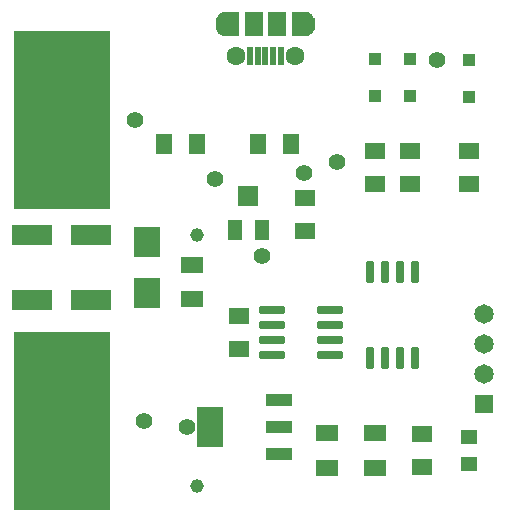
<source format=gts>
G04*
G04 #@! TF.GenerationSoftware,Altium Limited,Altium Designer,21.0.9 (235)*
G04*
G04 Layer_Color=8388736*
%FSLAX25Y25*%
%MOIN*%
G70*
G04*
G04 #@! TF.SameCoordinates,3F70F9B8-B395-4C3D-AA67-83CA4ED45D7C*
G04*
G04*
G04 #@! TF.FilePolarity,Negative*
G04*
G01*
G75*
%ADD15C,0.01968*%
%ADD32R,0.02165X0.05906*%
%ADD33R,0.06496X0.08071*%
%ADD34R,0.05315X0.07087*%
G04:AMPARAMS|DCode=35|XSize=73.23mil|YSize=28.74mil|CornerRadius=5.81mil|HoleSize=0mil|Usage=FLASHONLY|Rotation=270.000|XOffset=0mil|YOffset=0mil|HoleType=Round|Shape=RoundedRectangle|*
%AMROUNDEDRECTD35*
21,1,0.07323,0.01713,0,0,270.0*
21,1,0.06161,0.02874,0,0,270.0*
1,1,0.01161,-0.00856,-0.03081*
1,1,0.01161,-0.00856,0.03081*
1,1,0.01161,0.00856,0.03081*
1,1,0.01161,0.00856,-0.03081*
%
%ADD35ROUNDEDRECTD35*%
%ADD36R,0.09055X0.04331*%
%ADD37R,0.09055X0.13386*%
G04:AMPARAMS|DCode=38|XSize=83.46mil|YSize=29.53mil|CornerRadius=5.91mil|HoleSize=0mil|Usage=FLASHONLY|Rotation=180.000|XOffset=0mil|YOffset=0mil|HoleType=Round|Shape=RoundedRectangle|*
%AMROUNDEDRECTD38*
21,1,0.08346,0.01772,0,0,180.0*
21,1,0.07165,0.02953,0,0,180.0*
1,1,0.01181,-0.03583,0.00886*
1,1,0.01181,0.03583,0.00886*
1,1,0.01181,0.03583,-0.00886*
1,1,0.01181,-0.03583,-0.00886*
%
%ADD38ROUNDEDRECTD38*%
%ADD39R,0.05709X0.05118*%
%ADD40R,0.13386X0.07087*%
%ADD41R,0.32087X0.59646*%
%ADD42R,0.07087X0.05315*%
%ADD43R,0.07677X0.05709*%
%ADD44R,0.04921X0.06890*%
%ADD45R,0.06890X0.06890*%
%ADD46R,0.09055X0.10236*%
%ADD47R,0.04331X0.04134*%
%ADD48R,0.06496X0.06496*%
%ADD49C,0.06496*%
%ADD50C,0.06299*%
%ADD51C,0.04528*%
%ADD52C,0.05591*%
G36*
X202605Y396159D02*
X202651Y396148D01*
X202694Y396130D01*
X202733Y396106D01*
X202768Y396076D01*
X202799Y396040D01*
X202823Y396001D01*
X202841Y395958D01*
X202852Y395913D01*
X202855Y395866D01*
Y388386D01*
X202852Y388339D01*
X202841Y388294D01*
X202823Y388251D01*
X202799Y388212D01*
X202768Y388176D01*
X202733Y388146D01*
X202694Y388122D01*
X202651Y388104D01*
X202605Y388093D01*
X202559Y388090D01*
X197441D01*
X197395Y388093D01*
X197349Y388104D01*
X197307Y388122D01*
X197267Y388146D01*
X197231Y388176D01*
X197201Y388212D01*
X197177Y388251D01*
X197159Y388294D01*
X197148Y388339D01*
X197145Y388386D01*
Y390058D01*
X195473D01*
X195426Y390062D01*
X195381Y390072D01*
X195338Y390090D01*
X195298Y390115D01*
X195268Y390140D01*
X195263Y390145D01*
Y390145D01*
X195263D01*
X195259Y390150D01*
X195233Y390180D01*
X195209Y390220D01*
X195191Y390263D01*
X195180Y390308D01*
X195176Y390354D01*
X195176Y393898D01*
D01*
Y393898D01*
X195180Y393944D01*
X195191Y393989D01*
X195209Y394032D01*
X195233Y394072D01*
X195259Y394102D01*
X195263Y394107D01*
X195263D01*
Y394107D01*
X195268Y394111D01*
X195298Y394137D01*
X195338Y394162D01*
X195381Y394179D01*
X195426Y394190D01*
X195472Y394194D01*
X195472D01*
D01*
X197145D01*
Y395866D01*
X197148Y395913D01*
X197159Y395958D01*
X197177Y396001D01*
X197201Y396040D01*
X197231Y396076D01*
X197267Y396106D01*
X197307Y396130D01*
X197349Y396148D01*
X197395Y396159D01*
X197441Y396162D01*
X202559D01*
X202605Y396159D01*
D02*
G37*
G36*
X225834D02*
X225879Y396148D01*
X225922Y396130D01*
X225961Y396106D01*
X225997Y396076D01*
X226027Y396040D01*
X226051Y396001D01*
X226069Y395958D01*
X226080Y395913D01*
X226084Y395866D01*
Y394194D01*
X227756D01*
X227802Y394190D01*
X227847Y394179D01*
X227890Y394162D01*
X227930Y394137D01*
X227960Y394112D01*
X227965Y394107D01*
Y394107D01*
X227965D01*
X227970Y394102D01*
X227995Y394072D01*
X228020Y394032D01*
X228038Y393989D01*
X228048Y393944D01*
X228052Y393898D01*
X228052Y390354D01*
D01*
Y390354D01*
X228048Y390308D01*
X228038Y390263D01*
X228020Y390220D01*
X227995Y390180D01*
X227970Y390150D01*
X227965Y390145D01*
X227965D01*
Y390145D01*
X227960Y390141D01*
X227930Y390115D01*
X227890Y390090D01*
X227847Y390073D01*
X227802Y390062D01*
X227756Y390058D01*
X227756D01*
D01*
X226084D01*
Y388386D01*
X226080Y388339D01*
X226069Y388294D01*
X226051Y388251D01*
X226027Y388212D01*
X225997Y388176D01*
X225961Y388146D01*
X225922Y388122D01*
X225879Y388104D01*
X225834Y388093D01*
X225787Y388090D01*
X220669D01*
X220623Y388093D01*
X220578Y388104D01*
X220535Y388122D01*
X220495Y388146D01*
X220460Y388176D01*
X220430Y388212D01*
X220405Y388251D01*
X220388Y388294D01*
X220377Y388339D01*
X220373Y388386D01*
Y395866D01*
X220377Y395913D01*
X220388Y395958D01*
X220405Y396001D01*
X220430Y396040D01*
X220460Y396076D01*
X220495Y396106D01*
X220535Y396130D01*
X220578Y396148D01*
X220623Y396159D01*
X220669Y396162D01*
X225787D01*
X225834Y396159D01*
D02*
G37*
D15*
X197835Y389452D02*
X198425Y390354D01*
X197835Y391256D02*
X196902Y391178D01*
X196457Y390354D01*
X196902Y389531D01*
X197835Y389452D01*
X198425Y390354D02*
X197835Y391256D01*
X226772Y393898D02*
X226279Y394750D01*
X225295D01*
X224803Y393898D01*
X225295Y393045D01*
X226279D01*
X226772Y393898D01*
Y390354D02*
X226279Y391207D01*
X225295D01*
X224803Y390354D01*
X225295Y389502D01*
X226279D01*
X226772Y390354D01*
X198425Y393898D02*
X197933Y394750D01*
X196949D01*
X196457Y393898D01*
X196949Y393045D01*
X197933D01*
X198425Y393898D01*
D32*
X216732Y381496D02*
D03*
X214173D02*
D03*
X211614D02*
D03*
X209055D02*
D03*
X206496D02*
D03*
D33*
X215551Y392126D02*
D03*
X207677D02*
D03*
D34*
X177953Y352362D02*
D03*
X188976D02*
D03*
X220079D02*
D03*
X209055D02*
D03*
D35*
X261437Y309567D02*
D03*
X256437D02*
D03*
X251437D02*
D03*
X246437D02*
D03*
Y280984D02*
D03*
X251437D02*
D03*
X256437D02*
D03*
X261437D02*
D03*
D36*
X216142Y248819D02*
D03*
Y257874D02*
D03*
Y266929D02*
D03*
D37*
X193307Y257874D02*
D03*
D38*
X213701Y281870D02*
D03*
Y286870D02*
D03*
Y291870D02*
D03*
Y296870D02*
D03*
X233150D02*
D03*
Y291870D02*
D03*
Y286870D02*
D03*
Y281870D02*
D03*
D39*
X279528Y245571D02*
D03*
Y254429D02*
D03*
D40*
X153544Y300098D02*
D03*
Y321949D02*
D03*
X133859Y300098D02*
D03*
Y321949D02*
D03*
D41*
X143701Y360236D02*
D03*
Y259842D02*
D03*
D42*
X202756Y283858D02*
D03*
Y294882D02*
D03*
X224803Y334252D02*
D03*
Y323228D02*
D03*
X279528Y338976D02*
D03*
Y350000D02*
D03*
X259842Y338976D02*
D03*
Y350000D02*
D03*
X248031Y338976D02*
D03*
Y350000D02*
D03*
X263779Y244488D02*
D03*
Y255512D02*
D03*
D43*
X187008Y300394D02*
D03*
Y311811D02*
D03*
X248031Y244291D02*
D03*
Y255709D02*
D03*
X232283D02*
D03*
Y244291D02*
D03*
D44*
X210433Y323425D02*
D03*
X201378D02*
D03*
D45*
X205906Y334842D02*
D03*
D46*
X172244Y319488D02*
D03*
Y302559D02*
D03*
D47*
X259842Y380512D02*
D03*
Y368110D02*
D03*
X279528Y380217D02*
D03*
Y367815D02*
D03*
X248031Y380512D02*
D03*
Y368110D02*
D03*
D48*
X284449Y265591D02*
D03*
D49*
Y275590D02*
D03*
Y285591D02*
D03*
Y295590D02*
D03*
D50*
X201772Y381496D02*
D03*
X221457D02*
D03*
D51*
X188976Y238189D02*
D03*
Y321850D02*
D03*
D52*
X185327Y257874D02*
D03*
X171260Y259842D02*
D03*
X168307Y360236D02*
D03*
X235433Y346063D02*
D03*
X268898Y380315D02*
D03*
X210630Y314961D02*
D03*
X224410Y342520D02*
D03*
X194882Y340551D02*
D03*
M02*

</source>
